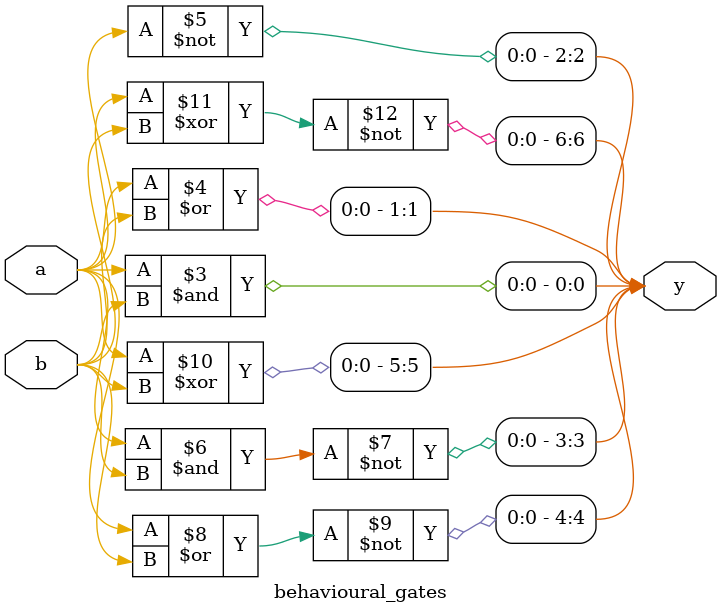
<source format=v>
module dataflow(input wire a,b,output wire [6:0] y);
    //assign keyword is used to fit the rhs into lhs
    assign y[0] = a & b; //and gate '&'
    assign y[1] = a | b; //or gate '|'
    assign y[2] = ~a;    //not gate '~'
    assign y[3] = ~(a&b); //NAND gate
    assign y[4] = ~(a|b); //NOR gate
    assign y[5] = a^b;    //X-OR GATE
    assign y[6] = ~(a^b); //X-NOR GATE
endmodule

//behavioural
 module behavioural_gates(input a,b, output reg [6:0] y);
            always @(a,b) begin
                y[0] = a & b;
                y[0] = a & b; //and gate '&'
                y[1] = a | b; //or gate '|'
                y[2] = ~a;    //not gate '~'
                y[3] = ~(a&b); //NAND gate
                y[4] = ~(a|b); //NOR gate
                y[5] = a^b;    //X-OR GATE
                y[6] = ~(a^b); //X-NOR GATE
            end
 endmodule
</source>
